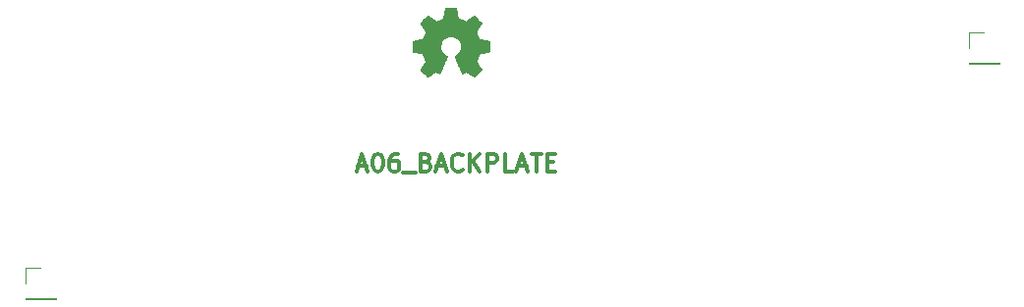
<source format=gbr>
%TF.GenerationSoftware,KiCad,Pcbnew,6.0.7-f9a2dced07~116~ubuntu20.04.1*%
%TF.CreationDate,2022-09-28T21:06:17-05:00*%
%TF.ProjectId,a06,6130362e-6b69-4636-9164-5f7063625858,rev?*%
%TF.SameCoordinates,Original*%
%TF.FileFunction,Legend,Top*%
%TF.FilePolarity,Positive*%
%FSLAX46Y46*%
G04 Gerber Fmt 4.6, Leading zero omitted, Abs format (unit mm)*
G04 Created by KiCad (PCBNEW 6.0.7-f9a2dced07~116~ubuntu20.04.1) date 2022-09-28 21:06:17*
%MOMM*%
%LPD*%
G01*
G04 APERTURE LIST*
%ADD10C,0.300000*%
%ADD11C,0.120000*%
%ADD12C,0.010000*%
G04 APERTURE END LIST*
D10*
X131708000Y-129028000D02*
X132422285Y-129028000D01*
X131565142Y-129456571D02*
X132065142Y-127956571D01*
X132565142Y-129456571D01*
X133350857Y-127956571D02*
X133493714Y-127956571D01*
X133636571Y-128028000D01*
X133708000Y-128099428D01*
X133779428Y-128242285D01*
X133850857Y-128528000D01*
X133850857Y-128885142D01*
X133779428Y-129170857D01*
X133708000Y-129313714D01*
X133636571Y-129385142D01*
X133493714Y-129456571D01*
X133350857Y-129456571D01*
X133208000Y-129385142D01*
X133136571Y-129313714D01*
X133065142Y-129170857D01*
X132993714Y-128885142D01*
X132993714Y-128528000D01*
X133065142Y-128242285D01*
X133136571Y-128099428D01*
X133208000Y-128028000D01*
X133350857Y-127956571D01*
X135136571Y-127956571D02*
X134850857Y-127956571D01*
X134708000Y-128028000D01*
X134636571Y-128099428D01*
X134493714Y-128313714D01*
X134422285Y-128599428D01*
X134422285Y-129170857D01*
X134493714Y-129313714D01*
X134565142Y-129385142D01*
X134708000Y-129456571D01*
X134993714Y-129456571D01*
X135136571Y-129385142D01*
X135208000Y-129313714D01*
X135279428Y-129170857D01*
X135279428Y-128813714D01*
X135208000Y-128670857D01*
X135136571Y-128599428D01*
X134993714Y-128528000D01*
X134708000Y-128528000D01*
X134565142Y-128599428D01*
X134493714Y-128670857D01*
X134422285Y-128813714D01*
X135565142Y-129599428D02*
X136708000Y-129599428D01*
X137565142Y-128670857D02*
X137779428Y-128742285D01*
X137850857Y-128813714D01*
X137922285Y-128956571D01*
X137922285Y-129170857D01*
X137850857Y-129313714D01*
X137779428Y-129385142D01*
X137636571Y-129456571D01*
X137065142Y-129456571D01*
X137065142Y-127956571D01*
X137565142Y-127956571D01*
X137708000Y-128028000D01*
X137779428Y-128099428D01*
X137850857Y-128242285D01*
X137850857Y-128385142D01*
X137779428Y-128528000D01*
X137708000Y-128599428D01*
X137565142Y-128670857D01*
X137065142Y-128670857D01*
X138493714Y-129028000D02*
X139208000Y-129028000D01*
X138350857Y-129456571D02*
X138850857Y-127956571D01*
X139350857Y-129456571D01*
X140708000Y-129313714D02*
X140636571Y-129385142D01*
X140422285Y-129456571D01*
X140279428Y-129456571D01*
X140065142Y-129385142D01*
X139922285Y-129242285D01*
X139850857Y-129099428D01*
X139779428Y-128813714D01*
X139779428Y-128599428D01*
X139850857Y-128313714D01*
X139922285Y-128170857D01*
X140065142Y-128028000D01*
X140279428Y-127956571D01*
X140422285Y-127956571D01*
X140636571Y-128028000D01*
X140708000Y-128099428D01*
X141350857Y-129456571D02*
X141350857Y-127956571D01*
X142208000Y-129456571D02*
X141565142Y-128599428D01*
X142208000Y-127956571D02*
X141350857Y-128813714D01*
X142850857Y-129456571D02*
X142850857Y-127956571D01*
X143422285Y-127956571D01*
X143565142Y-128028000D01*
X143636571Y-128099428D01*
X143708000Y-128242285D01*
X143708000Y-128456571D01*
X143636571Y-128599428D01*
X143565142Y-128670857D01*
X143422285Y-128742285D01*
X142850857Y-128742285D01*
X145065142Y-129456571D02*
X144350857Y-129456571D01*
X144350857Y-127956571D01*
X145493714Y-129028000D02*
X146208000Y-129028000D01*
X145350857Y-129456571D02*
X145850857Y-127956571D01*
X146350857Y-129456571D01*
X146636571Y-127956571D02*
X147493714Y-127956571D01*
X147065142Y-129456571D02*
X147065142Y-127956571D01*
X147993714Y-128670857D02*
X148493714Y-128670857D01*
X148708000Y-129456571D02*
X147993714Y-129456571D01*
X147993714Y-127956571D01*
X148708000Y-127956571D01*
D11*
%TO.C,J2*%
X103030000Y-140490000D02*
X105690000Y-140490000D01*
X105690000Y-140430000D02*
X105690000Y-140490000D01*
X103030000Y-137830000D02*
X104360000Y-137830000D01*
X103030000Y-139160000D02*
X103030000Y-137830000D01*
X103030000Y-140430000D02*
X105690000Y-140430000D01*
X103030000Y-140430000D02*
X103030000Y-140490000D01*
%TO.C,REF\u002A\u002A*%
G36*
X140255814Y-115832931D02*
G01*
X140339635Y-116277555D01*
X140648920Y-116405053D01*
X140958206Y-116532551D01*
X141329246Y-116280246D01*
X141433157Y-116209996D01*
X141527087Y-116147272D01*
X141606652Y-116094938D01*
X141667470Y-116055857D01*
X141705157Y-116032893D01*
X141715421Y-116027942D01*
X141733910Y-116040676D01*
X141773420Y-116075882D01*
X141829522Y-116129062D01*
X141897787Y-116195718D01*
X141973786Y-116271354D01*
X142053092Y-116351472D01*
X142131275Y-116431574D01*
X142203907Y-116507164D01*
X142266559Y-116573745D01*
X142314803Y-116626818D01*
X142344210Y-116661887D01*
X142351241Y-116673623D01*
X142341123Y-116695260D01*
X142312759Y-116742662D01*
X142269129Y-116811193D01*
X142213218Y-116896215D01*
X142148006Y-116993093D01*
X142110219Y-117048350D01*
X142041343Y-117149248D01*
X141980140Y-117240299D01*
X141929578Y-117316970D01*
X141892628Y-117374728D01*
X141872258Y-117409043D01*
X141869197Y-117416254D01*
X141876136Y-117436748D01*
X141895051Y-117484513D01*
X141923087Y-117552832D01*
X141957391Y-117634989D01*
X141995109Y-117724270D01*
X142033387Y-117813958D01*
X142069370Y-117897338D01*
X142100206Y-117967694D01*
X142123039Y-118018310D01*
X142135017Y-118042471D01*
X142135724Y-118043422D01*
X142154531Y-118048036D01*
X142204618Y-118058328D01*
X142280793Y-118073287D01*
X142377865Y-118091901D01*
X142490643Y-118113159D01*
X142556442Y-118125418D01*
X142676950Y-118148362D01*
X142785797Y-118170195D01*
X142877476Y-118189722D01*
X142946481Y-118205748D01*
X142987304Y-118217079D01*
X142995511Y-118220674D01*
X143003548Y-118245006D01*
X143010033Y-118299959D01*
X143014970Y-118379108D01*
X143018364Y-118476026D01*
X143020218Y-118584287D01*
X143020538Y-118697465D01*
X143019327Y-118809135D01*
X143016590Y-118912868D01*
X143012331Y-119002241D01*
X143006555Y-119070826D01*
X142999267Y-119112197D01*
X142994895Y-119120810D01*
X142968764Y-119131133D01*
X142913393Y-119145892D01*
X142836107Y-119163352D01*
X142744230Y-119181780D01*
X142712158Y-119187741D01*
X142557524Y-119216066D01*
X142435375Y-119238876D01*
X142341673Y-119257080D01*
X142272384Y-119271583D01*
X142223471Y-119283292D01*
X142190897Y-119293115D01*
X142170628Y-119301956D01*
X142158626Y-119310724D01*
X142156947Y-119312457D01*
X142140184Y-119340371D01*
X142114614Y-119394695D01*
X142082788Y-119468777D01*
X142047260Y-119555965D01*
X142010583Y-119649608D01*
X141975311Y-119743052D01*
X141943996Y-119829647D01*
X141919193Y-119902740D01*
X141903454Y-119955678D01*
X141899332Y-119981811D01*
X141899676Y-119982726D01*
X141913641Y-120004086D01*
X141945322Y-120051084D01*
X141991391Y-120118827D01*
X142048518Y-120202423D01*
X142113373Y-120296982D01*
X142131843Y-120323854D01*
X142197699Y-120421275D01*
X142255650Y-120510163D01*
X142302538Y-120585412D01*
X142335207Y-120641920D01*
X142350500Y-120674581D01*
X142351241Y-120678593D01*
X142338392Y-120699684D01*
X142302888Y-120741464D01*
X142249293Y-120799445D01*
X142182171Y-120869135D01*
X142106087Y-120946045D01*
X142025604Y-121025683D01*
X141945287Y-121103561D01*
X141869699Y-121175186D01*
X141803405Y-121236070D01*
X141750969Y-121281721D01*
X141716955Y-121307650D01*
X141707545Y-121311883D01*
X141685643Y-121301912D01*
X141640800Y-121275020D01*
X141580321Y-121235736D01*
X141533789Y-121204117D01*
X141449475Y-121146098D01*
X141349626Y-121077784D01*
X141249473Y-121009579D01*
X141195627Y-120973075D01*
X141013371Y-120849800D01*
X140860381Y-120932520D01*
X140790682Y-120968759D01*
X140731414Y-120996926D01*
X140691311Y-121012991D01*
X140681103Y-121015226D01*
X140668829Y-120998722D01*
X140644613Y-120952082D01*
X140610263Y-120879609D01*
X140567588Y-120785606D01*
X140518394Y-120674374D01*
X140464490Y-120550215D01*
X140407684Y-120417432D01*
X140349782Y-120280327D01*
X140292593Y-120143202D01*
X140237924Y-120010358D01*
X140187584Y-119886098D01*
X140143380Y-119774725D01*
X140107119Y-119680539D01*
X140080609Y-119607844D01*
X140065658Y-119560941D01*
X140063254Y-119544833D01*
X140082311Y-119524286D01*
X140124036Y-119490933D01*
X140179706Y-119451702D01*
X140184378Y-119448599D01*
X140328264Y-119333423D01*
X140444283Y-119199053D01*
X140531430Y-119049784D01*
X140588699Y-118889913D01*
X140615086Y-118723737D01*
X140609585Y-118555552D01*
X140571190Y-118389655D01*
X140498895Y-118230342D01*
X140477626Y-118195487D01*
X140366996Y-118054737D01*
X140236302Y-117941714D01*
X140090064Y-117857003D01*
X139932808Y-117801194D01*
X139769057Y-117774874D01*
X139603333Y-117778630D01*
X139440162Y-117813050D01*
X139284065Y-117878723D01*
X139139567Y-117976235D01*
X139094869Y-118015813D01*
X138981112Y-118139703D01*
X138898218Y-118270124D01*
X138841356Y-118416315D01*
X138809687Y-118561088D01*
X138801869Y-118723860D01*
X138827938Y-118887440D01*
X138885245Y-119046298D01*
X138971144Y-119194906D01*
X139082986Y-119327735D01*
X139218123Y-119439256D01*
X139235883Y-119451011D01*
X139292150Y-119489508D01*
X139334923Y-119522863D01*
X139355372Y-119544160D01*
X139355669Y-119544833D01*
X139351279Y-119567871D01*
X139333876Y-119620157D01*
X139305268Y-119697390D01*
X139267265Y-119795268D01*
X139221674Y-119909491D01*
X139170303Y-120035758D01*
X139114962Y-120169767D01*
X139057458Y-120307218D01*
X138999601Y-120443808D01*
X138943198Y-120575237D01*
X138890058Y-120697205D01*
X138841990Y-120805409D01*
X138800801Y-120895549D01*
X138768301Y-120963323D01*
X138746297Y-121004430D01*
X138737436Y-121015226D01*
X138710360Y-121006819D01*
X138659697Y-120984272D01*
X138594183Y-120951613D01*
X138558159Y-120932520D01*
X138405168Y-120849800D01*
X138222912Y-120973075D01*
X138129875Y-121036228D01*
X138028015Y-121105727D01*
X137932562Y-121171165D01*
X137884750Y-121204117D01*
X137817505Y-121249273D01*
X137760564Y-121285057D01*
X137721354Y-121306938D01*
X137708619Y-121311563D01*
X137690083Y-121299085D01*
X137649059Y-121264252D01*
X137589525Y-121210678D01*
X137515458Y-121141983D01*
X137430835Y-121061781D01*
X137377315Y-121010286D01*
X137283681Y-120918286D01*
X137202759Y-120835999D01*
X137137823Y-120766945D01*
X137092142Y-120714644D01*
X137068989Y-120682616D01*
X137066768Y-120676116D01*
X137077076Y-120651394D01*
X137105561Y-120601405D01*
X137149063Y-120531212D01*
X137204423Y-120445875D01*
X137268480Y-120350456D01*
X137286697Y-120323854D01*
X137353073Y-120227167D01*
X137412622Y-120140117D01*
X137462016Y-120067595D01*
X137497925Y-120014493D01*
X137517019Y-119985703D01*
X137518864Y-119982726D01*
X137516105Y-119959782D01*
X137501462Y-119909336D01*
X137477487Y-119838041D01*
X137446734Y-119752547D01*
X137411756Y-119659507D01*
X137375107Y-119565574D01*
X137339339Y-119477399D01*
X137307006Y-119401634D01*
X137280662Y-119344931D01*
X137262858Y-119313943D01*
X137261593Y-119312457D01*
X137250706Y-119303601D01*
X137232318Y-119294843D01*
X137202394Y-119285277D01*
X137156897Y-119273996D01*
X137091791Y-119260093D01*
X137003039Y-119242663D01*
X136886607Y-119220798D01*
X136738458Y-119193591D01*
X136706382Y-119187741D01*
X136611314Y-119169374D01*
X136528435Y-119151405D01*
X136465070Y-119135569D01*
X136428542Y-119123600D01*
X136423644Y-119120810D01*
X136415573Y-119096072D01*
X136409013Y-119040790D01*
X136403967Y-118961389D01*
X136400441Y-118864296D01*
X136398439Y-118755938D01*
X136397964Y-118642740D01*
X136399023Y-118531128D01*
X136401618Y-118427529D01*
X136405754Y-118338368D01*
X136411437Y-118270072D01*
X136418669Y-118229066D01*
X136423029Y-118220674D01*
X136447302Y-118212208D01*
X136502574Y-118198435D01*
X136583338Y-118180550D01*
X136684088Y-118159748D01*
X136799317Y-118137223D01*
X136862098Y-118125418D01*
X136981213Y-118103151D01*
X137087435Y-118082979D01*
X137175573Y-118065915D01*
X137240434Y-118052969D01*
X137276826Y-118045155D01*
X137282816Y-118043422D01*
X137292939Y-118023890D01*
X137314338Y-117976843D01*
X137344161Y-117909003D01*
X137379555Y-117827091D01*
X137417668Y-117737828D01*
X137455647Y-117647935D01*
X137490640Y-117564135D01*
X137519794Y-117493147D01*
X137540257Y-117441694D01*
X137549177Y-117416497D01*
X137549343Y-117415396D01*
X137539231Y-117395519D01*
X137510883Y-117349777D01*
X137467277Y-117282717D01*
X137411394Y-117198884D01*
X137346213Y-117102826D01*
X137308321Y-117047650D01*
X137239275Y-116946481D01*
X137177950Y-116854630D01*
X137127337Y-116776744D01*
X137090429Y-116717469D01*
X137070218Y-116681451D01*
X137067299Y-116673377D01*
X137079847Y-116654584D01*
X137114537Y-116614457D01*
X137166937Y-116557493D01*
X137232616Y-116488185D01*
X137307144Y-116411031D01*
X137386087Y-116330525D01*
X137465017Y-116251163D01*
X137539500Y-116177440D01*
X137605106Y-116113852D01*
X137657404Y-116064894D01*
X137691961Y-116035061D01*
X137703522Y-116027942D01*
X137722346Y-116037953D01*
X137767369Y-116066078D01*
X137834213Y-116109454D01*
X137918501Y-116165218D01*
X138015856Y-116230506D01*
X138089293Y-116280246D01*
X138460333Y-116532551D01*
X139078905Y-116277555D01*
X139162725Y-115832931D01*
X139246546Y-115388307D01*
X140171994Y-115388307D01*
X140255814Y-115832931D01*
G37*
D12*
X140255814Y-115832931D02*
X140339635Y-116277555D01*
X140648920Y-116405053D01*
X140958206Y-116532551D01*
X141329246Y-116280246D01*
X141433157Y-116209996D01*
X141527087Y-116147272D01*
X141606652Y-116094938D01*
X141667470Y-116055857D01*
X141705157Y-116032893D01*
X141715421Y-116027942D01*
X141733910Y-116040676D01*
X141773420Y-116075882D01*
X141829522Y-116129062D01*
X141897787Y-116195718D01*
X141973786Y-116271354D01*
X142053092Y-116351472D01*
X142131275Y-116431574D01*
X142203907Y-116507164D01*
X142266559Y-116573745D01*
X142314803Y-116626818D01*
X142344210Y-116661887D01*
X142351241Y-116673623D01*
X142341123Y-116695260D01*
X142312759Y-116742662D01*
X142269129Y-116811193D01*
X142213218Y-116896215D01*
X142148006Y-116993093D01*
X142110219Y-117048350D01*
X142041343Y-117149248D01*
X141980140Y-117240299D01*
X141929578Y-117316970D01*
X141892628Y-117374728D01*
X141872258Y-117409043D01*
X141869197Y-117416254D01*
X141876136Y-117436748D01*
X141895051Y-117484513D01*
X141923087Y-117552832D01*
X141957391Y-117634989D01*
X141995109Y-117724270D01*
X142033387Y-117813958D01*
X142069370Y-117897338D01*
X142100206Y-117967694D01*
X142123039Y-118018310D01*
X142135017Y-118042471D01*
X142135724Y-118043422D01*
X142154531Y-118048036D01*
X142204618Y-118058328D01*
X142280793Y-118073287D01*
X142377865Y-118091901D01*
X142490643Y-118113159D01*
X142556442Y-118125418D01*
X142676950Y-118148362D01*
X142785797Y-118170195D01*
X142877476Y-118189722D01*
X142946481Y-118205748D01*
X142987304Y-118217079D01*
X142995511Y-118220674D01*
X143003548Y-118245006D01*
X143010033Y-118299959D01*
X143014970Y-118379108D01*
X143018364Y-118476026D01*
X143020218Y-118584287D01*
X143020538Y-118697465D01*
X143019327Y-118809135D01*
X143016590Y-118912868D01*
X143012331Y-119002241D01*
X143006555Y-119070826D01*
X142999267Y-119112197D01*
X142994895Y-119120810D01*
X142968764Y-119131133D01*
X142913393Y-119145892D01*
X142836107Y-119163352D01*
X142744230Y-119181780D01*
X142712158Y-119187741D01*
X142557524Y-119216066D01*
X142435375Y-119238876D01*
X142341673Y-119257080D01*
X142272384Y-119271583D01*
X142223471Y-119283292D01*
X142190897Y-119293115D01*
X142170628Y-119301956D01*
X142158626Y-119310724D01*
X142156947Y-119312457D01*
X142140184Y-119340371D01*
X142114614Y-119394695D01*
X142082788Y-119468777D01*
X142047260Y-119555965D01*
X142010583Y-119649608D01*
X141975311Y-119743052D01*
X141943996Y-119829647D01*
X141919193Y-119902740D01*
X141903454Y-119955678D01*
X141899332Y-119981811D01*
X141899676Y-119982726D01*
X141913641Y-120004086D01*
X141945322Y-120051084D01*
X141991391Y-120118827D01*
X142048518Y-120202423D01*
X142113373Y-120296982D01*
X142131843Y-120323854D01*
X142197699Y-120421275D01*
X142255650Y-120510163D01*
X142302538Y-120585412D01*
X142335207Y-120641920D01*
X142350500Y-120674581D01*
X142351241Y-120678593D01*
X142338392Y-120699684D01*
X142302888Y-120741464D01*
X142249293Y-120799445D01*
X142182171Y-120869135D01*
X142106087Y-120946045D01*
X142025604Y-121025683D01*
X141945287Y-121103561D01*
X141869699Y-121175186D01*
X141803405Y-121236070D01*
X141750969Y-121281721D01*
X141716955Y-121307650D01*
X141707545Y-121311883D01*
X141685643Y-121301912D01*
X141640800Y-121275020D01*
X141580321Y-121235736D01*
X141533789Y-121204117D01*
X141449475Y-121146098D01*
X141349626Y-121077784D01*
X141249473Y-121009579D01*
X141195627Y-120973075D01*
X141013371Y-120849800D01*
X140860381Y-120932520D01*
X140790682Y-120968759D01*
X140731414Y-120996926D01*
X140691311Y-121012991D01*
X140681103Y-121015226D01*
X140668829Y-120998722D01*
X140644613Y-120952082D01*
X140610263Y-120879609D01*
X140567588Y-120785606D01*
X140518394Y-120674374D01*
X140464490Y-120550215D01*
X140407684Y-120417432D01*
X140349782Y-120280327D01*
X140292593Y-120143202D01*
X140237924Y-120010358D01*
X140187584Y-119886098D01*
X140143380Y-119774725D01*
X140107119Y-119680539D01*
X140080609Y-119607844D01*
X140065658Y-119560941D01*
X140063254Y-119544833D01*
X140082311Y-119524286D01*
X140124036Y-119490933D01*
X140179706Y-119451702D01*
X140184378Y-119448599D01*
X140328264Y-119333423D01*
X140444283Y-119199053D01*
X140531430Y-119049784D01*
X140588699Y-118889913D01*
X140615086Y-118723737D01*
X140609585Y-118555552D01*
X140571190Y-118389655D01*
X140498895Y-118230342D01*
X140477626Y-118195487D01*
X140366996Y-118054737D01*
X140236302Y-117941714D01*
X140090064Y-117857003D01*
X139932808Y-117801194D01*
X139769057Y-117774874D01*
X139603333Y-117778630D01*
X139440162Y-117813050D01*
X139284065Y-117878723D01*
X139139567Y-117976235D01*
X139094869Y-118015813D01*
X138981112Y-118139703D01*
X138898218Y-118270124D01*
X138841356Y-118416315D01*
X138809687Y-118561088D01*
X138801869Y-118723860D01*
X138827938Y-118887440D01*
X138885245Y-119046298D01*
X138971144Y-119194906D01*
X139082986Y-119327735D01*
X139218123Y-119439256D01*
X139235883Y-119451011D01*
X139292150Y-119489508D01*
X139334923Y-119522863D01*
X139355372Y-119544160D01*
X139355669Y-119544833D01*
X139351279Y-119567871D01*
X139333876Y-119620157D01*
X139305268Y-119697390D01*
X139267265Y-119795268D01*
X139221674Y-119909491D01*
X139170303Y-120035758D01*
X139114962Y-120169767D01*
X139057458Y-120307218D01*
X138999601Y-120443808D01*
X138943198Y-120575237D01*
X138890058Y-120697205D01*
X138841990Y-120805409D01*
X138800801Y-120895549D01*
X138768301Y-120963323D01*
X138746297Y-121004430D01*
X138737436Y-121015226D01*
X138710360Y-121006819D01*
X138659697Y-120984272D01*
X138594183Y-120951613D01*
X138558159Y-120932520D01*
X138405168Y-120849800D01*
X138222912Y-120973075D01*
X138129875Y-121036228D01*
X138028015Y-121105727D01*
X137932562Y-121171165D01*
X137884750Y-121204117D01*
X137817505Y-121249273D01*
X137760564Y-121285057D01*
X137721354Y-121306938D01*
X137708619Y-121311563D01*
X137690083Y-121299085D01*
X137649059Y-121264252D01*
X137589525Y-121210678D01*
X137515458Y-121141983D01*
X137430835Y-121061781D01*
X137377315Y-121010286D01*
X137283681Y-120918286D01*
X137202759Y-120835999D01*
X137137823Y-120766945D01*
X137092142Y-120714644D01*
X137068989Y-120682616D01*
X137066768Y-120676116D01*
X137077076Y-120651394D01*
X137105561Y-120601405D01*
X137149063Y-120531212D01*
X137204423Y-120445875D01*
X137268480Y-120350456D01*
X137286697Y-120323854D01*
X137353073Y-120227167D01*
X137412622Y-120140117D01*
X137462016Y-120067595D01*
X137497925Y-120014493D01*
X137517019Y-119985703D01*
X137518864Y-119982726D01*
X137516105Y-119959782D01*
X137501462Y-119909336D01*
X137477487Y-119838041D01*
X137446734Y-119752547D01*
X137411756Y-119659507D01*
X137375107Y-119565574D01*
X137339339Y-119477399D01*
X137307006Y-119401634D01*
X137280662Y-119344931D01*
X137262858Y-119313943D01*
X137261593Y-119312457D01*
X137250706Y-119303601D01*
X137232318Y-119294843D01*
X137202394Y-119285277D01*
X137156897Y-119273996D01*
X137091791Y-119260093D01*
X137003039Y-119242663D01*
X136886607Y-119220798D01*
X136738458Y-119193591D01*
X136706382Y-119187741D01*
X136611314Y-119169374D01*
X136528435Y-119151405D01*
X136465070Y-119135569D01*
X136428542Y-119123600D01*
X136423644Y-119120810D01*
X136415573Y-119096072D01*
X136409013Y-119040790D01*
X136403967Y-118961389D01*
X136400441Y-118864296D01*
X136398439Y-118755938D01*
X136397964Y-118642740D01*
X136399023Y-118531128D01*
X136401618Y-118427529D01*
X136405754Y-118338368D01*
X136411437Y-118270072D01*
X136418669Y-118229066D01*
X136423029Y-118220674D01*
X136447302Y-118212208D01*
X136502574Y-118198435D01*
X136583338Y-118180550D01*
X136684088Y-118159748D01*
X136799317Y-118137223D01*
X136862098Y-118125418D01*
X136981213Y-118103151D01*
X137087435Y-118082979D01*
X137175573Y-118065915D01*
X137240434Y-118052969D01*
X137276826Y-118045155D01*
X137282816Y-118043422D01*
X137292939Y-118023890D01*
X137314338Y-117976843D01*
X137344161Y-117909003D01*
X137379555Y-117827091D01*
X137417668Y-117737828D01*
X137455647Y-117647935D01*
X137490640Y-117564135D01*
X137519794Y-117493147D01*
X137540257Y-117441694D01*
X137549177Y-117416497D01*
X137549343Y-117415396D01*
X137539231Y-117395519D01*
X137510883Y-117349777D01*
X137467277Y-117282717D01*
X137411394Y-117198884D01*
X137346213Y-117102826D01*
X137308321Y-117047650D01*
X137239275Y-116946481D01*
X137177950Y-116854630D01*
X137127337Y-116776744D01*
X137090429Y-116717469D01*
X137070218Y-116681451D01*
X137067299Y-116673377D01*
X137079847Y-116654584D01*
X137114537Y-116614457D01*
X137166937Y-116557493D01*
X137232616Y-116488185D01*
X137307144Y-116411031D01*
X137386087Y-116330525D01*
X137465017Y-116251163D01*
X137539500Y-116177440D01*
X137605106Y-116113852D01*
X137657404Y-116064894D01*
X137691961Y-116035061D01*
X137703522Y-116027942D01*
X137722346Y-116037953D01*
X137767369Y-116066078D01*
X137834213Y-116109454D01*
X137918501Y-116165218D01*
X138015856Y-116230506D01*
X138089293Y-116280246D01*
X138460333Y-116532551D01*
X139078905Y-116277555D01*
X139162725Y-115832931D01*
X139246546Y-115388307D01*
X140171994Y-115388307D01*
X140255814Y-115832931D01*
D11*
%TO.C,J1*%
X184310000Y-120170000D02*
X186970000Y-120170000D01*
X184310000Y-120110000D02*
X184310000Y-120170000D01*
X184310000Y-118840000D02*
X184310000Y-117510000D01*
X186970000Y-120110000D02*
X186970000Y-120170000D01*
X184310000Y-120110000D02*
X186970000Y-120110000D01*
X184310000Y-117510000D02*
X185640000Y-117510000D01*
%TD*%
M02*

</source>
